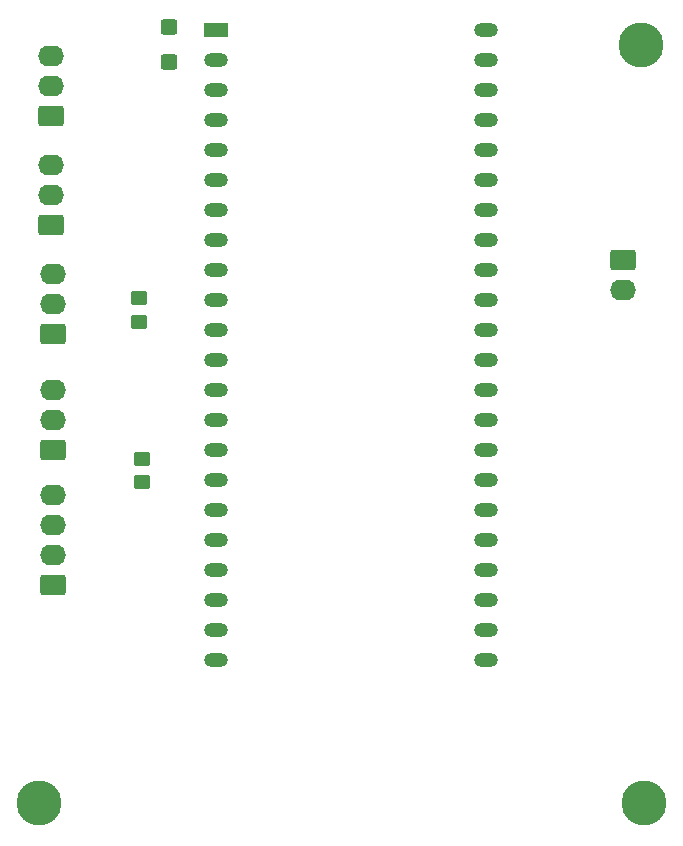
<source format=gts>
G04 #@! TF.GenerationSoftware,KiCad,Pcbnew,9.0.0*
G04 #@! TF.CreationDate,2025-07-09T15:47:30-04:00*
G04 #@! TF.ProjectId,SMACAR MAIN BOARD,534d4143-4152-4204-9d41-494e20424f41,rev?*
G04 #@! TF.SameCoordinates,Original*
G04 #@! TF.FileFunction,Soldermask,Top*
G04 #@! TF.FilePolarity,Negative*
%FSLAX46Y46*%
G04 Gerber Fmt 4.6, Leading zero omitted, Abs format (unit mm)*
G04 Created by KiCad (PCBNEW 9.0.0) date 2025-07-09 15:47:30*
%MOMM*%
%LPD*%
G01*
G04 APERTURE LIST*
G04 Aperture macros list*
%AMRoundRect*
0 Rectangle with rounded corners*
0 $1 Rounding radius*
0 $2 $3 $4 $5 $6 $7 $8 $9 X,Y pos of 4 corners*
0 Add a 4 corners polygon primitive as box body*
4,1,4,$2,$3,$4,$5,$6,$7,$8,$9,$2,$3,0*
0 Add four circle primitives for the rounded corners*
1,1,$1+$1,$2,$3*
1,1,$1+$1,$4,$5*
1,1,$1+$1,$6,$7*
1,1,$1+$1,$8,$9*
0 Add four rect primitives between the rounded corners*
20,1,$1+$1,$2,$3,$4,$5,0*
20,1,$1+$1,$4,$5,$6,$7,0*
20,1,$1+$1,$6,$7,$8,$9,0*
20,1,$1+$1,$8,$9,$2,$3,0*%
G04 Aperture macros list end*
%ADD10RoundRect,0.250000X0.845000X-0.620000X0.845000X0.620000X-0.845000X0.620000X-0.845000X-0.620000X0*%
%ADD11O,2.190000X1.740000*%
%ADD12C,3.800000*%
%ADD13RoundRect,0.250000X-0.845000X0.620000X-0.845000X-0.620000X0.845000X-0.620000X0.845000X0.620000X0*%
%ADD14RoundRect,0.250000X0.450000X-0.350000X0.450000X0.350000X-0.450000X0.350000X-0.450000X-0.350000X0*%
%ADD15RoundRect,0.250000X0.450000X-0.400000X0.450000X0.400000X-0.450000X0.400000X-0.450000X-0.400000X0*%
%ADD16R,2.000000X1.200000*%
%ADD17O,2.000000X1.200000*%
G04 APERTURE END LIST*
D10*
G04 #@! TO.C,MOLEX5*
X107250000Y-79790000D03*
D11*
X107250000Y-77250000D03*
X107250000Y-74710000D03*
X107250000Y-72170000D03*
G04 #@! TD*
D12*
G04 #@! TO.C,REF\u002A\u002A*
X157000000Y-34000000D03*
G04 #@! TD*
D13*
G04 #@! TO.C,J2*
X155480000Y-52230000D03*
D11*
X155480000Y-54770000D03*
G04 #@! TD*
D14*
G04 #@! TO.C,R4_10k1*
X114500000Y-57500000D03*
X114500000Y-55500000D03*
G04 #@! TD*
D12*
G04 #@! TO.C,REF\u002A\u002A*
X106000000Y-98250000D03*
G04 #@! TD*
D15*
G04 #@! TO.C,D2*
X117000000Y-35450000D03*
X117000000Y-32550000D03*
G04 #@! TD*
D10*
G04 #@! TO.C,MOLEX2*
X107000000Y-49290000D03*
D11*
X107000000Y-46750000D03*
X107000000Y-44210000D03*
G04 #@! TD*
D10*
G04 #@! TO.C,MOLEX4*
X107250000Y-68290000D03*
D11*
X107250000Y-65750000D03*
X107250000Y-63210000D03*
G04 #@! TD*
D14*
G04 #@! TO.C,R3_10k1*
X114750000Y-71062500D03*
X114750000Y-69062500D03*
G04 #@! TD*
D16*
G04 #@! TO.C,U2*
X121003680Y-32742720D03*
D17*
X121003680Y-35282720D03*
X121003680Y-37822720D03*
X121003680Y-40362720D03*
X121003680Y-42902720D03*
X121003680Y-45442720D03*
X121003680Y-47982720D03*
X121003680Y-50522720D03*
X121003680Y-53062720D03*
X121003680Y-55602720D03*
X121003680Y-58142720D03*
X121003680Y-60682720D03*
X121003680Y-63222720D03*
X121003680Y-65762720D03*
X121003680Y-68302720D03*
X121003680Y-70842720D03*
X121003680Y-73382720D03*
X121003680Y-75922720D03*
X121003680Y-78462720D03*
X121000000Y-81000000D03*
X121000000Y-83540000D03*
X121000000Y-86080000D03*
X143863680Y-86082720D03*
X143863680Y-83542720D03*
X143863680Y-81002720D03*
X143863680Y-78462720D03*
X143863680Y-75922720D03*
X143863680Y-73382720D03*
X143863680Y-70842720D03*
X143863680Y-68302720D03*
X143863680Y-65762720D03*
X143863680Y-63222720D03*
X143863680Y-60682720D03*
X143863680Y-58142720D03*
X143863680Y-55602720D03*
X143863680Y-53062720D03*
X143863680Y-50522720D03*
X143863680Y-47982720D03*
X143863680Y-45442720D03*
X143863680Y-42902720D03*
X143863680Y-40362720D03*
X143863680Y-37822720D03*
X143863680Y-35282720D03*
X143863680Y-32742720D03*
G04 #@! TD*
D12*
G04 #@! TO.C,REF\u002A\u002A*
X157250000Y-98250000D03*
G04 #@! TD*
D10*
G04 #@! TO.C,MOLEX1*
X107000000Y-40040000D03*
D11*
X107000000Y-37500000D03*
X107000000Y-34960000D03*
G04 #@! TD*
D10*
G04 #@! TO.C,MOLEX3*
X107210000Y-58540000D03*
D11*
X107210000Y-56000000D03*
X107210000Y-53460000D03*
G04 #@! TD*
M02*

</source>
